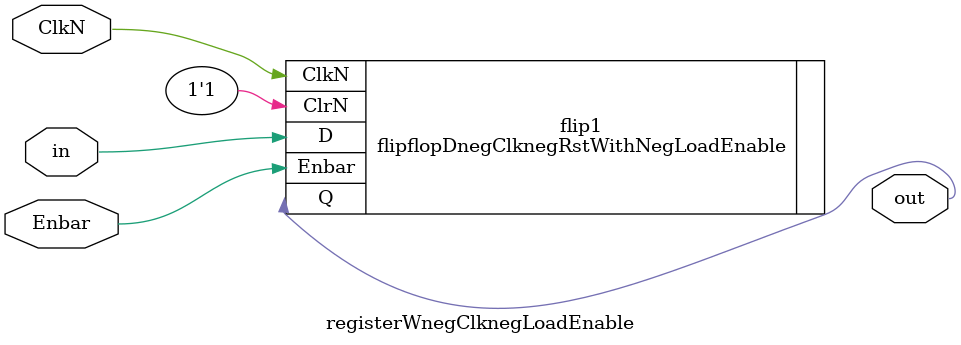
<source format=v>
`ifndef registerWnegClknegLoadEnable
	`define registerWnegClknegLoadEnable
	`timescale 1ns / 100ps

	`include "Source_code/flipflopDnegClknegRstWithNegLoadEnable/flipflopDnegClknegRstWithNegLoadEnable.v"

	/* 模組名稱 | Module Name
   registerWnegClknegLoadEnable
		 著作權宣告 | Copyright Declaration
				copyright 2012 林博仁(pika1021@gmail.com) */
	module registerWnegClknegLoadEnable(out, in, Enbar, ClkN);
		//port 輸出輸入宣告
		output out;
		input in, Enbar, ClkN;

		//port 類型宣告
		wire out, in, Enbar, ClkN;

		flipflopDnegClknegRstWithNegLoadEnable
			flip1(.Q(out),
						.D(in),
						.ClkN(ClkN),
						.ClrN(1'b1),
						.Enbar(Enbar));

	endmodule
`endif
</source>
